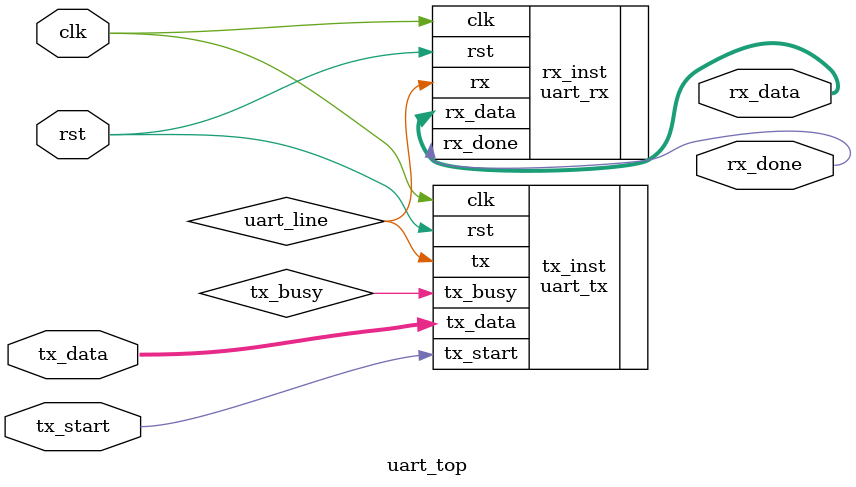
<source format=v>
`timescale 1ns / 1ps
module uart_top(
input clk,rst,tx_start,
input [7:0]tx_data,
output [7:0]rx_data,
output rx_done);

wire uart_line;
wire tx_busy;

uart_tx tx_inst(
.clk(clk),.rst(rst),.tx_start(tx_start),.tx_data(tx_data),.tx(uart_line),.tx_busy(tx_busy));

uart_rx rx_inst(
.clk(clk),.rst(rst),.rx(uart_line),.rx_data(rx_data),.rx_done(rx_done));
endmodule

</source>
